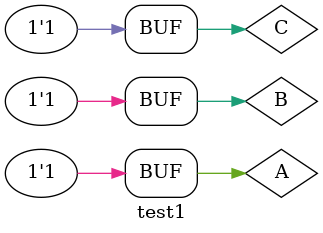
<source format=v>
`timescale 1ns / 1ps


module test1;

	// Inputs
	reg A;
	reg B;
	reg C;

	// Outputs
	wire F;
	wire C1;

	// Instantiate the Unit Under Test (UUT)
	shiyan1 uut (
		.A(A), 
		.B(B), 
		.C(C), 
		.F(F), 
		.C1(C1)
	);

	initial begin
		// Initialize Inputs
		A = 0;
		B = 0;
		C = 0;

		// Wait 100 ns for global reset to finish
		#100;
        
		// Add stimulus here
		A = 0;
		B = 0;
		C = 1;
		#100;
		A = 0;
		B = 1;
		C = 0;
		#100;
		A = 0;
		B = 1;
		C = 1;
		#100;
		A = 1;
		B = 0;
		C = 0;
		#100;
		A = 1;
		B = 0;
		C = 1;
		#100;
		A = 1;
		B = 1;
		C = 0;
		#100;
		A = 1;
		B = 1;
		C = 1;
		#100;
		

	end
      
endmodule


</source>
